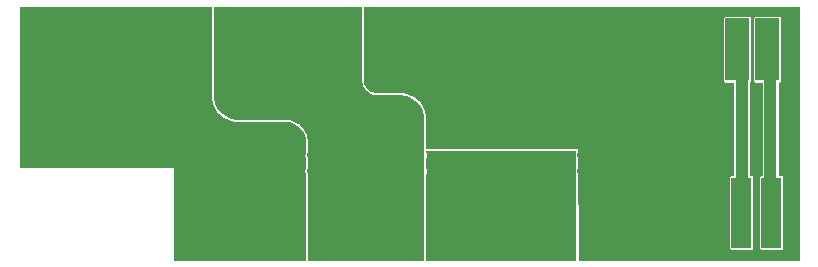
<source format=gbr>
%TF.GenerationSoftware,KiCad,Pcbnew,(5.1.10)-1*%
%TF.CreationDate,2022-06-29T17:52:34+09:00*%
%TF.ProjectId,DUB_with_Tono(ver1.0),4455425f-7769-4746-985f-546f6e6f2876,rev?*%
%TF.SameCoordinates,Original*%
%TF.FileFunction,Copper,L2,Bot*%
%TF.FilePolarity,Positive*%
%FSLAX46Y46*%
G04 Gerber Fmt 4.6, Leading zero omitted, Abs format (unit mm)*
G04 Created by KiCad (PCBNEW (5.1.10)-1) date 2022-06-29 17:52:34*
%MOMM*%
%LPD*%
G01*
G04 APERTURE LIST*
%TA.AperFunction,SMDPad,CuDef*%
%ADD10R,2.000000X5.300000*%
%TD*%
%TA.AperFunction,SMDPad,CuDef*%
%ADD11R,1.651000X6.000000*%
%TD*%
%TA.AperFunction,ViaPad*%
%ADD12C,0.756400*%
%TD*%
%TA.AperFunction,Conductor*%
%ADD13C,1.016000*%
%TD*%
%TA.AperFunction,Conductor*%
%ADD14C,0.508000*%
%TD*%
%TA.AperFunction,Conductor*%
%ADD15C,0.076200*%
%TD*%
%TA.AperFunction,Conductor*%
%ADD16C,0.100000*%
%TD*%
G04 APERTURE END LIST*
D10*
%TO.P,DUB1,P$50*%
%TO.N,/SA*%
X117841100Y-97878600D03*
%TO.P,DUB1,P$49*%
X120381100Y-97878600D03*
%TO.P,DUB1,P$48*%
X122921100Y-97878600D03*
%TO.P,DUB1,P$47*%
X125461100Y-97878600D03*
%TO.P,DUB1,P$46*%
X128001100Y-97878600D03*
%TO.P,DUB1,P$45*%
X130541100Y-97878600D03*
%TO.P,DUB1,P$44*%
%TO.N,/SB*%
X133081100Y-97878600D03*
%TO.P,DUB1,P$43*%
X135621100Y-97878600D03*
%TO.P,DUB1,P$42*%
X138161100Y-97878600D03*
%TO.P,DUB1,P$41*%
X140701100Y-97878600D03*
%TO.P,DUB1,P$40*%
X143241100Y-97878600D03*
%TO.P,DUB1,P$39*%
%TO.N,GND*%
X145781100Y-97878600D03*
%TO.P,DUB1,P$38*%
X148321100Y-97878600D03*
%TO.P,DUB1,P$37*%
X150861100Y-97878600D03*
%TO.P,DUB1,P$36*%
X153401100Y-97878600D03*
%TO.P,DUB1,P$35*%
X155941100Y-97878600D03*
%TO.P,DUB1,P$34*%
X158481100Y-97878600D03*
%TO.P,DUB1,P$33*%
X161021100Y-97878600D03*
%TO.P,DUB1,P$32*%
X163561100Y-97878600D03*
%TO.P,DUB1,P$31*%
X166101100Y-97878600D03*
%TO.P,DUB1,P$30*%
X168641100Y-97878600D03*
%TO.P,DUB1,P$29*%
X171181100Y-97878600D03*
%TO.P,DUB1,P$28*%
X173721100Y-97878600D03*
%TO.P,DUB1,P$27*%
%TO.N,/VCC_IN*%
X176261100Y-97878600D03*
%TO.P,DUB1,P$26*%
%TO.N,/DIR_IN*%
X178801100Y-97878600D03*
%TD*%
D11*
%TO.P,\u9060\u91CE1,P$40*%
%TO.N,/SA*%
X130898900Y-111734600D03*
%TO.P,\u9060\u91CE1,P$39*%
X133438900Y-111734600D03*
%TO.P,\u9060\u91CE1,P$38*%
X135978900Y-111734600D03*
%TO.P,\u9060\u91CE1,P$37*%
X138518900Y-111734600D03*
%TO.P,\u9060\u91CE1,P$36*%
%TO.N,/SB*%
X141058900Y-111734600D03*
%TO.P,\u9060\u91CE1,P$35*%
X143598900Y-111734600D03*
%TO.P,\u9060\u91CE1,P$34*%
X146138900Y-111734600D03*
%TO.P,\u9060\u91CE1,P$33*%
X148678900Y-111734600D03*
%TO.P,\u9060\u91CE1,P$32*%
%TO.N,VCC*%
X151218900Y-111734600D03*
%TO.P,\u9060\u91CE1,P$31*%
X153758900Y-111734600D03*
%TO.P,\u9060\u91CE1,P$30*%
X156298900Y-111734600D03*
%TO.P,\u9060\u91CE1,P$29*%
X158838900Y-111734600D03*
%TO.P,\u9060\u91CE1,P$28*%
X161378900Y-111734600D03*
%TO.P,\u9060\u91CE1,P$27*%
%TO.N,GND*%
X163918900Y-111734600D03*
%TO.P,\u9060\u91CE1,P$26*%
X166458900Y-111734600D03*
%TO.P,\u9060\u91CE1,P$25*%
X168998900Y-111734600D03*
%TO.P,\u9060\u91CE1,P$24*%
X171538900Y-111734600D03*
%TO.P,\u9060\u91CE1,P$23*%
X174078900Y-111734600D03*
%TO.P,\u9060\u91CE1,P$22*%
%TO.N,/VCC_IN*%
X176618900Y-111734600D03*
%TO.P,\u9060\u91CE1,P$21*%
%TO.N,/DIR_IN*%
X179158900Y-111734600D03*
%TD*%
D12*
%TO.N,/SA*%
X129931100Y-108198600D03*
X130316100Y-107538600D03*
X129931100Y-106878600D03*
X130701100Y-108198600D03*
X131471100Y-108198600D03*
X132241100Y-108198600D03*
X133011100Y-108198600D03*
X133781100Y-108198600D03*
X134551100Y-108198600D03*
X135321100Y-108198600D03*
X136091100Y-108198600D03*
X136861100Y-108198600D03*
X137631100Y-108198600D03*
X138401100Y-108198600D03*
X139171100Y-108198600D03*
X131086100Y-107538600D03*
X131856100Y-107538600D03*
X132626100Y-107538600D03*
X133396100Y-107538600D03*
X134166100Y-107538600D03*
X134936100Y-107538600D03*
X135706100Y-107538600D03*
X136476100Y-107538600D03*
X137246100Y-107538600D03*
X138016100Y-107538600D03*
X138786100Y-107538600D03*
X130701100Y-106878600D03*
X131471100Y-106878600D03*
X132241100Y-106878600D03*
X133011100Y-106878600D03*
X133781100Y-106878600D03*
X134551100Y-106878600D03*
X135321100Y-106878600D03*
X136091100Y-106878600D03*
X136861100Y-106878600D03*
X137631100Y-106878600D03*
X138401100Y-106878600D03*
X139171100Y-106878600D03*
%TO.N,/SB*%
X140181100Y-108198600D03*
X140566100Y-107538600D03*
X140181100Y-106878600D03*
X140951100Y-108198600D03*
X141721100Y-108198600D03*
X142491100Y-108198600D03*
X143261100Y-108198600D03*
X144031100Y-108198600D03*
X144801100Y-108198600D03*
X145571100Y-108198600D03*
X146341100Y-108198600D03*
X147111100Y-108198600D03*
X147881100Y-108198600D03*
X148651100Y-108198600D03*
X149421100Y-108198600D03*
X141336100Y-107538600D03*
X142106100Y-107538600D03*
X142876100Y-107538600D03*
X143646100Y-107538600D03*
X144416100Y-107538600D03*
X145186100Y-107538600D03*
X145956100Y-107538600D03*
X146726100Y-107538600D03*
X147496100Y-107538600D03*
X148266100Y-107538600D03*
X149036100Y-107538600D03*
X140951100Y-106878600D03*
X141721100Y-106878600D03*
X142491100Y-106878600D03*
X143261100Y-106878600D03*
X144031100Y-106878600D03*
X144801100Y-106878600D03*
X145571100Y-106878600D03*
X146341100Y-106878600D03*
X147111100Y-106878600D03*
X147881100Y-106878600D03*
X148651100Y-106878600D03*
X149421100Y-106878600D03*
%TO.N,GND*%
X163061100Y-108198600D03*
X163446100Y-107538600D03*
X163061100Y-106878600D03*
X163831100Y-108198600D03*
X164601100Y-108198600D03*
X165371100Y-108198600D03*
X166141100Y-108198600D03*
X166911100Y-108198600D03*
X167681100Y-108198600D03*
X168451100Y-108198600D03*
X169221100Y-108198600D03*
X169991100Y-108198600D03*
X170761100Y-108198600D03*
X171531100Y-108198600D03*
X172301100Y-108198600D03*
X164216100Y-107538600D03*
X164986100Y-107538600D03*
X165756100Y-107538600D03*
X166526100Y-107538600D03*
X167296100Y-107538600D03*
X168066100Y-107538600D03*
X168836100Y-107538600D03*
X169606100Y-107538600D03*
X170376100Y-107538600D03*
X171146100Y-107538600D03*
X171916100Y-107538600D03*
X163831100Y-106878600D03*
X164601100Y-106878600D03*
X165371100Y-106878600D03*
X166141100Y-106878600D03*
X166911100Y-106878600D03*
X167681100Y-106878600D03*
X168451100Y-106878600D03*
X169221100Y-106878600D03*
X169991100Y-106878600D03*
X170761100Y-106878600D03*
X171531100Y-106878600D03*
X172301100Y-106878600D03*
X172686100Y-107538600D03*
X173071100Y-108198600D03*
X173071100Y-106878600D03*
X173456100Y-107538600D03*
X173841100Y-108198600D03*
X174611100Y-108198600D03*
X174226100Y-107538600D03*
X173841100Y-106878600D03*
X174611100Y-106878600D03*
X175381100Y-108198600D03*
X174996100Y-107538600D03*
X175381100Y-106878600D03*
%TO.N,VCC*%
X150361100Y-108198600D03*
X150746100Y-107538600D03*
X150361100Y-106878600D03*
X151131100Y-108198600D03*
X151901100Y-108198600D03*
X152671100Y-108198600D03*
X153441100Y-108198600D03*
X154211100Y-108198600D03*
X154981100Y-108198600D03*
X155751100Y-108198600D03*
X156521100Y-108198600D03*
X157291100Y-108198600D03*
X158061100Y-108198600D03*
X158831100Y-108198600D03*
X159601100Y-108198600D03*
X151516100Y-107538600D03*
X152286100Y-107538600D03*
X153056100Y-107538600D03*
X153826100Y-107538600D03*
X154596100Y-107538600D03*
X155366100Y-107538600D03*
X156136100Y-107538600D03*
X156906100Y-107538600D03*
X157676100Y-107538600D03*
X158446100Y-107538600D03*
X159216100Y-107538600D03*
X151131100Y-106878600D03*
X151901100Y-106878600D03*
X152671100Y-106878600D03*
X153441100Y-106878600D03*
X154211100Y-106878600D03*
X154981100Y-106878600D03*
X155751100Y-106878600D03*
X156521100Y-106878600D03*
X157291100Y-106878600D03*
X158061100Y-106878600D03*
X158831100Y-106878600D03*
X159601100Y-106878600D03*
X159986100Y-107538600D03*
X160371100Y-108198600D03*
X160371100Y-106878600D03*
X160756100Y-107538600D03*
X161141100Y-108198600D03*
X161911100Y-108198600D03*
X161526100Y-107538600D03*
X161141100Y-106878600D03*
X161911100Y-106878600D03*
%TD*%
D13*
%TO.N,/VCC_IN*%
X176261100Y-97878600D02*
X176641100Y-98258600D01*
X176641100Y-98258600D02*
X176641100Y-111712400D01*
X176618900Y-111734600D02*
X176641100Y-111712400D01*
D14*
%TO.N,/DIR_IN*%
X179158900Y-111644600D02*
X179158900Y-111734600D01*
X179158900Y-111644600D02*
X179061100Y-111546800D01*
D13*
X178801100Y-97878600D02*
X179061100Y-98138600D01*
X179061100Y-98138600D02*
X179061100Y-111546800D01*
%TD*%
D15*
%TO.N,/SA*%
X131699200Y-101765876D02*
X131699297Y-101768594D01*
X131722125Y-102087769D01*
X131722899Y-102093150D01*
X131790337Y-102403161D01*
X131791868Y-102408377D01*
X131902740Y-102705637D01*
X131904998Y-102710582D01*
X132057045Y-102989033D01*
X132059984Y-102993605D01*
X132250107Y-103247580D01*
X132253667Y-103251689D01*
X132478011Y-103476033D01*
X132482120Y-103479593D01*
X132736095Y-103669716D01*
X132740667Y-103672655D01*
X133019118Y-103824702D01*
X133024063Y-103826960D01*
X133321323Y-103937832D01*
X133326539Y-103939363D01*
X133636550Y-104006801D01*
X133641931Y-104007575D01*
X133961106Y-104030403D01*
X133963824Y-104030500D01*
X137952763Y-104030500D01*
X138252943Y-104056762D01*
X138545616Y-104135185D01*
X138820221Y-104263235D01*
X139068421Y-104437025D01*
X139282675Y-104651279D01*
X139456465Y-104899479D01*
X139584515Y-105174084D01*
X139662938Y-105466757D01*
X139689200Y-105766937D01*
X139689200Y-106591146D01*
X139677124Y-106609219D01*
X139634255Y-106712716D01*
X139612400Y-106822588D01*
X139612400Y-106934612D01*
X139634255Y-107044484D01*
X139677124Y-107147981D01*
X139689200Y-107166054D01*
X139689200Y-107911146D01*
X139677124Y-107929219D01*
X139634255Y-108032716D01*
X139612400Y-108142588D01*
X139612400Y-108254612D01*
X139634255Y-108364484D01*
X139677124Y-108467981D01*
X139689200Y-108486054D01*
X139689200Y-115735499D01*
X128599801Y-115735499D01*
X128599801Y-107919698D01*
X128600106Y-107916600D01*
X128598888Y-107904230D01*
X128595280Y-107892336D01*
X128589420Y-107881374D01*
X128581535Y-107871765D01*
X128571926Y-107863880D01*
X128560964Y-107858020D01*
X128549070Y-107854412D01*
X128539798Y-107853499D01*
X128539797Y-107853499D01*
X128536700Y-107853194D01*
X128533602Y-107853499D01*
X115544201Y-107853499D01*
X115544201Y-94271701D01*
X131699200Y-94271701D01*
X131699200Y-101765876D01*
%TA.AperFunction,Conductor*%
D16*
G36*
X131699200Y-101765876D02*
G01*
X131699297Y-101768594D01*
X131722125Y-102087769D01*
X131722899Y-102093150D01*
X131790337Y-102403161D01*
X131791868Y-102408377D01*
X131902740Y-102705637D01*
X131904998Y-102710582D01*
X132057045Y-102989033D01*
X132059984Y-102993605D01*
X132250107Y-103247580D01*
X132253667Y-103251689D01*
X132478011Y-103476033D01*
X132482120Y-103479593D01*
X132736095Y-103669716D01*
X132740667Y-103672655D01*
X133019118Y-103824702D01*
X133024063Y-103826960D01*
X133321323Y-103937832D01*
X133326539Y-103939363D01*
X133636550Y-104006801D01*
X133641931Y-104007575D01*
X133961106Y-104030403D01*
X133963824Y-104030500D01*
X137952763Y-104030500D01*
X138252943Y-104056762D01*
X138545616Y-104135185D01*
X138820221Y-104263235D01*
X139068421Y-104437025D01*
X139282675Y-104651279D01*
X139456465Y-104899479D01*
X139584515Y-105174084D01*
X139662938Y-105466757D01*
X139689200Y-105766937D01*
X139689200Y-106591146D01*
X139677124Y-106609219D01*
X139634255Y-106712716D01*
X139612400Y-106822588D01*
X139612400Y-106934612D01*
X139634255Y-107044484D01*
X139677124Y-107147981D01*
X139689200Y-107166054D01*
X139689200Y-107911146D01*
X139677124Y-107929219D01*
X139634255Y-108032716D01*
X139612400Y-108142588D01*
X139612400Y-108254612D01*
X139634255Y-108364484D01*
X139677124Y-108467981D01*
X139689200Y-108486054D01*
X139689200Y-115735499D01*
X128599801Y-115735499D01*
X128599801Y-107919698D01*
X128600106Y-107916600D01*
X128598888Y-107904230D01*
X128595280Y-107892336D01*
X128589420Y-107881374D01*
X128581535Y-107871765D01*
X128571926Y-107863880D01*
X128560964Y-107858020D01*
X128549070Y-107854412D01*
X128539798Y-107853499D01*
X128539797Y-107853499D01*
X128536700Y-107853194D01*
X128533602Y-107853499D01*
X115544201Y-107853499D01*
X115544201Y-94271701D01*
X131699200Y-94271701D01*
X131699200Y-101765876D01*
G37*
%TD.AperFunction*%
%TD*%
D15*
%TO.N,/SB*%
X144419200Y-100491094D02*
X144419932Y-100498527D01*
X144515220Y-100977571D01*
X144518987Y-100988098D01*
X144630250Y-101196257D01*
X144634399Y-101202467D01*
X144786552Y-101387866D01*
X144791834Y-101393148D01*
X144977233Y-101545301D01*
X144983443Y-101549450D01*
X145194950Y-101662502D01*
X145201850Y-101665360D01*
X145431362Y-101734983D01*
X145438688Y-101736441D01*
X145681109Y-101760317D01*
X145684843Y-101760500D01*
X147654098Y-101760500D01*
X148279548Y-101859562D01*
X148576431Y-101982534D01*
X148849138Y-102149649D01*
X149092338Y-102357362D01*
X149300051Y-102600562D01*
X149467166Y-102873270D01*
X149589562Y-103168759D01*
X149664224Y-103479748D01*
X149689200Y-103797108D01*
X149689200Y-115735499D01*
X139923000Y-115735499D01*
X139923000Y-105764598D01*
X139922531Y-105758638D01*
X139826993Y-105155434D01*
X139824562Y-105146814D01*
X139710207Y-104870737D01*
X139707493Y-104865410D01*
X139549784Y-104608052D01*
X139546270Y-104603215D01*
X139350238Y-104373690D01*
X139346010Y-104369462D01*
X139116485Y-104173430D01*
X139111648Y-104169916D01*
X138854290Y-104012207D01*
X138848963Y-104009493D01*
X138570096Y-103893983D01*
X138564410Y-103892136D01*
X138270902Y-103821670D01*
X138264997Y-103820734D01*
X137961096Y-103796817D01*
X137958107Y-103796700D01*
X133968102Y-103796700D01*
X133342652Y-103697638D01*
X133045769Y-103574666D01*
X132773062Y-103407551D01*
X132529862Y-103199838D01*
X132322149Y-102956638D01*
X132155034Y-102683930D01*
X132032638Y-102388441D01*
X131957976Y-102077452D01*
X131933000Y-101760092D01*
X131933000Y-94271701D01*
X144419200Y-94271701D01*
X144419200Y-100491094D01*
%TA.AperFunction,Conductor*%
D16*
G36*
X144419200Y-100491094D02*
G01*
X144419932Y-100498527D01*
X144515220Y-100977571D01*
X144518987Y-100988098D01*
X144630250Y-101196257D01*
X144634399Y-101202467D01*
X144786552Y-101387866D01*
X144791834Y-101393148D01*
X144977233Y-101545301D01*
X144983443Y-101549450D01*
X145194950Y-101662502D01*
X145201850Y-101665360D01*
X145431362Y-101734983D01*
X145438688Y-101736441D01*
X145681109Y-101760317D01*
X145684843Y-101760500D01*
X147654098Y-101760500D01*
X148279548Y-101859562D01*
X148576431Y-101982534D01*
X148849138Y-102149649D01*
X149092338Y-102357362D01*
X149300051Y-102600562D01*
X149467166Y-102873270D01*
X149589562Y-103168759D01*
X149664224Y-103479748D01*
X149689200Y-103797108D01*
X149689200Y-115735499D01*
X139923000Y-115735499D01*
X139923000Y-105764598D01*
X139922531Y-105758638D01*
X139826993Y-105155434D01*
X139824562Y-105146814D01*
X139710207Y-104870737D01*
X139707493Y-104865410D01*
X139549784Y-104608052D01*
X139546270Y-104603215D01*
X139350238Y-104373690D01*
X139346010Y-104369462D01*
X139116485Y-104173430D01*
X139111648Y-104169916D01*
X138854290Y-104012207D01*
X138848963Y-104009493D01*
X138570096Y-103893983D01*
X138564410Y-103892136D01*
X138270902Y-103821670D01*
X138264997Y-103820734D01*
X137961096Y-103796817D01*
X137958107Y-103796700D01*
X133968102Y-103796700D01*
X133342652Y-103697638D01*
X133045769Y-103574666D01*
X132773062Y-103407551D01*
X132529862Y-103199838D01*
X132322149Y-102956638D01*
X132155034Y-102683930D01*
X132032638Y-102388441D01*
X131957976Y-102077452D01*
X131933000Y-101760092D01*
X131933000Y-94271701D01*
X144419200Y-94271701D01*
X144419200Y-100491094D01*
G37*
%TD.AperFunction*%
%TD*%
D15*
%TO.N,GND*%
X181457999Y-115735499D02*
X162838747Y-115735499D01*
X162773524Y-106294537D01*
X162772741Y-106287109D01*
X162770523Y-106279977D01*
X162766957Y-106273414D01*
X162762179Y-106267674D01*
X162756373Y-106262976D01*
X162749762Y-106259500D01*
X162742600Y-106257382D01*
X162735425Y-106256700D01*
X149923000Y-106256700D01*
X149923000Y-103791324D01*
X149922903Y-103788606D01*
X149900075Y-103469431D01*
X149899301Y-103464050D01*
X149831863Y-103154039D01*
X149830332Y-103148823D01*
X149719460Y-102851563D01*
X149717202Y-102846618D01*
X149565155Y-102568167D01*
X149562216Y-102563595D01*
X149372093Y-102309620D01*
X149368533Y-102305511D01*
X149144189Y-102081167D01*
X149140080Y-102077607D01*
X148886105Y-101887484D01*
X148881533Y-101884545D01*
X148603082Y-101732498D01*
X148598137Y-101730240D01*
X148300877Y-101619368D01*
X148295661Y-101617837D01*
X147985650Y-101550399D01*
X147980269Y-101549625D01*
X147661094Y-101526797D01*
X147658376Y-101526700D01*
X145686808Y-101526700D01*
X145242427Y-101425273D01*
X145043705Y-101300407D01*
X144879291Y-101135993D01*
X144755588Y-100939122D01*
X144678791Y-100719650D01*
X144653000Y-100490743D01*
X144653000Y-95228600D01*
X175069679Y-95228600D01*
X175069679Y-100528600D01*
X175073357Y-100565944D01*
X175084250Y-100601854D01*
X175101939Y-100634948D01*
X175125745Y-100663955D01*
X175154752Y-100687761D01*
X175187846Y-100705450D01*
X175223756Y-100716343D01*
X175261100Y-100720021D01*
X175942600Y-100720021D01*
X175942601Y-108543179D01*
X175793400Y-108543179D01*
X175756056Y-108546857D01*
X175720146Y-108557750D01*
X175687052Y-108575439D01*
X175658045Y-108599245D01*
X175634239Y-108628252D01*
X175616550Y-108661346D01*
X175605657Y-108697256D01*
X175601979Y-108734600D01*
X175601979Y-114734600D01*
X175605657Y-114771944D01*
X175616550Y-114807854D01*
X175634239Y-114840948D01*
X175658045Y-114869955D01*
X175687052Y-114893761D01*
X175720146Y-114911450D01*
X175756056Y-114922343D01*
X175793400Y-114926021D01*
X177444400Y-114926021D01*
X177481744Y-114922343D01*
X177517654Y-114911450D01*
X177550748Y-114893761D01*
X177579755Y-114869955D01*
X177603561Y-114840948D01*
X177621250Y-114807854D01*
X177632143Y-114771944D01*
X177635821Y-114734600D01*
X177635821Y-108734600D01*
X177632143Y-108697256D01*
X177621250Y-108661346D01*
X177603561Y-108628252D01*
X177579755Y-108599245D01*
X177550748Y-108575439D01*
X177517654Y-108557750D01*
X177481744Y-108546857D01*
X177444400Y-108543179D01*
X177339600Y-108543179D01*
X177339600Y-100702646D01*
X177367448Y-100687761D01*
X177396455Y-100663955D01*
X177420261Y-100634948D01*
X177437950Y-100601854D01*
X177448843Y-100565944D01*
X177452521Y-100528600D01*
X177452521Y-95228600D01*
X177609679Y-95228600D01*
X177609679Y-100528600D01*
X177613357Y-100565944D01*
X177624250Y-100601854D01*
X177641939Y-100634948D01*
X177665745Y-100663955D01*
X177694752Y-100687761D01*
X177727846Y-100705450D01*
X177763756Y-100716343D01*
X177801100Y-100720021D01*
X178362600Y-100720021D01*
X178362601Y-108543179D01*
X178333400Y-108543179D01*
X178296056Y-108546857D01*
X178260146Y-108557750D01*
X178227052Y-108575439D01*
X178198045Y-108599245D01*
X178174239Y-108628252D01*
X178156550Y-108661346D01*
X178145657Y-108697256D01*
X178141979Y-108734600D01*
X178141979Y-114734600D01*
X178145657Y-114771944D01*
X178156550Y-114807854D01*
X178174239Y-114840948D01*
X178198045Y-114869955D01*
X178227052Y-114893761D01*
X178260146Y-114911450D01*
X178296056Y-114922343D01*
X178333400Y-114926021D01*
X179984400Y-114926021D01*
X180021744Y-114922343D01*
X180057654Y-114911450D01*
X180090748Y-114893761D01*
X180119755Y-114869955D01*
X180143561Y-114840948D01*
X180161250Y-114807854D01*
X180172143Y-114771944D01*
X180175821Y-114734600D01*
X180175821Y-108734600D01*
X180172143Y-108697256D01*
X180161250Y-108661346D01*
X180143561Y-108628252D01*
X180119755Y-108599245D01*
X180090748Y-108575439D01*
X180057654Y-108557750D01*
X180021744Y-108546857D01*
X179984400Y-108543179D01*
X179759600Y-108543179D01*
X179759600Y-100720021D01*
X179801100Y-100720021D01*
X179838444Y-100716343D01*
X179874354Y-100705450D01*
X179907448Y-100687761D01*
X179936455Y-100663955D01*
X179960261Y-100634948D01*
X179977950Y-100601854D01*
X179988843Y-100565944D01*
X179992521Y-100528600D01*
X179992521Y-95228600D01*
X179988843Y-95191256D01*
X179977950Y-95155346D01*
X179960261Y-95122252D01*
X179936455Y-95093245D01*
X179907448Y-95069439D01*
X179874354Y-95051750D01*
X179838444Y-95040857D01*
X179801100Y-95037179D01*
X177801100Y-95037179D01*
X177763756Y-95040857D01*
X177727846Y-95051750D01*
X177694752Y-95069439D01*
X177665745Y-95093245D01*
X177641939Y-95122252D01*
X177624250Y-95155346D01*
X177613357Y-95191256D01*
X177609679Y-95228600D01*
X177452521Y-95228600D01*
X177448843Y-95191256D01*
X177437950Y-95155346D01*
X177420261Y-95122252D01*
X177396455Y-95093245D01*
X177367448Y-95069439D01*
X177334354Y-95051750D01*
X177298444Y-95040857D01*
X177261100Y-95037179D01*
X175261100Y-95037179D01*
X175223756Y-95040857D01*
X175187846Y-95051750D01*
X175154752Y-95069439D01*
X175125745Y-95093245D01*
X175101939Y-95122252D01*
X175084250Y-95155346D01*
X175073357Y-95191256D01*
X175069679Y-95228600D01*
X144653000Y-95228600D01*
X144653000Y-94271701D01*
X181458000Y-94271701D01*
X181457999Y-115735499D01*
%TA.AperFunction,Conductor*%
D16*
G36*
X181457999Y-115735499D02*
G01*
X162838747Y-115735499D01*
X162773524Y-106294537D01*
X162772741Y-106287109D01*
X162770523Y-106279977D01*
X162766957Y-106273414D01*
X162762179Y-106267674D01*
X162756373Y-106262976D01*
X162749762Y-106259500D01*
X162742600Y-106257382D01*
X162735425Y-106256700D01*
X149923000Y-106256700D01*
X149923000Y-103791324D01*
X149922903Y-103788606D01*
X149900075Y-103469431D01*
X149899301Y-103464050D01*
X149831863Y-103154039D01*
X149830332Y-103148823D01*
X149719460Y-102851563D01*
X149717202Y-102846618D01*
X149565155Y-102568167D01*
X149562216Y-102563595D01*
X149372093Y-102309620D01*
X149368533Y-102305511D01*
X149144189Y-102081167D01*
X149140080Y-102077607D01*
X148886105Y-101887484D01*
X148881533Y-101884545D01*
X148603082Y-101732498D01*
X148598137Y-101730240D01*
X148300877Y-101619368D01*
X148295661Y-101617837D01*
X147985650Y-101550399D01*
X147980269Y-101549625D01*
X147661094Y-101526797D01*
X147658376Y-101526700D01*
X145686808Y-101526700D01*
X145242427Y-101425273D01*
X145043705Y-101300407D01*
X144879291Y-101135993D01*
X144755588Y-100939122D01*
X144678791Y-100719650D01*
X144653000Y-100490743D01*
X144653000Y-95228600D01*
X175069679Y-95228600D01*
X175069679Y-100528600D01*
X175073357Y-100565944D01*
X175084250Y-100601854D01*
X175101939Y-100634948D01*
X175125745Y-100663955D01*
X175154752Y-100687761D01*
X175187846Y-100705450D01*
X175223756Y-100716343D01*
X175261100Y-100720021D01*
X175942600Y-100720021D01*
X175942601Y-108543179D01*
X175793400Y-108543179D01*
X175756056Y-108546857D01*
X175720146Y-108557750D01*
X175687052Y-108575439D01*
X175658045Y-108599245D01*
X175634239Y-108628252D01*
X175616550Y-108661346D01*
X175605657Y-108697256D01*
X175601979Y-108734600D01*
X175601979Y-114734600D01*
X175605657Y-114771944D01*
X175616550Y-114807854D01*
X175634239Y-114840948D01*
X175658045Y-114869955D01*
X175687052Y-114893761D01*
X175720146Y-114911450D01*
X175756056Y-114922343D01*
X175793400Y-114926021D01*
X177444400Y-114926021D01*
X177481744Y-114922343D01*
X177517654Y-114911450D01*
X177550748Y-114893761D01*
X177579755Y-114869955D01*
X177603561Y-114840948D01*
X177621250Y-114807854D01*
X177632143Y-114771944D01*
X177635821Y-114734600D01*
X177635821Y-108734600D01*
X177632143Y-108697256D01*
X177621250Y-108661346D01*
X177603561Y-108628252D01*
X177579755Y-108599245D01*
X177550748Y-108575439D01*
X177517654Y-108557750D01*
X177481744Y-108546857D01*
X177444400Y-108543179D01*
X177339600Y-108543179D01*
X177339600Y-100702646D01*
X177367448Y-100687761D01*
X177396455Y-100663955D01*
X177420261Y-100634948D01*
X177437950Y-100601854D01*
X177448843Y-100565944D01*
X177452521Y-100528600D01*
X177452521Y-95228600D01*
X177609679Y-95228600D01*
X177609679Y-100528600D01*
X177613357Y-100565944D01*
X177624250Y-100601854D01*
X177641939Y-100634948D01*
X177665745Y-100663955D01*
X177694752Y-100687761D01*
X177727846Y-100705450D01*
X177763756Y-100716343D01*
X177801100Y-100720021D01*
X178362600Y-100720021D01*
X178362601Y-108543179D01*
X178333400Y-108543179D01*
X178296056Y-108546857D01*
X178260146Y-108557750D01*
X178227052Y-108575439D01*
X178198045Y-108599245D01*
X178174239Y-108628252D01*
X178156550Y-108661346D01*
X178145657Y-108697256D01*
X178141979Y-108734600D01*
X178141979Y-114734600D01*
X178145657Y-114771944D01*
X178156550Y-114807854D01*
X178174239Y-114840948D01*
X178198045Y-114869955D01*
X178227052Y-114893761D01*
X178260146Y-114911450D01*
X178296056Y-114922343D01*
X178333400Y-114926021D01*
X179984400Y-114926021D01*
X180021744Y-114922343D01*
X180057654Y-114911450D01*
X180090748Y-114893761D01*
X180119755Y-114869955D01*
X180143561Y-114840948D01*
X180161250Y-114807854D01*
X180172143Y-114771944D01*
X180175821Y-114734600D01*
X180175821Y-108734600D01*
X180172143Y-108697256D01*
X180161250Y-108661346D01*
X180143561Y-108628252D01*
X180119755Y-108599245D01*
X180090748Y-108575439D01*
X180057654Y-108557750D01*
X180021744Y-108546857D01*
X179984400Y-108543179D01*
X179759600Y-108543179D01*
X179759600Y-100720021D01*
X179801100Y-100720021D01*
X179838444Y-100716343D01*
X179874354Y-100705450D01*
X179907448Y-100687761D01*
X179936455Y-100663955D01*
X179960261Y-100634948D01*
X179977950Y-100601854D01*
X179988843Y-100565944D01*
X179992521Y-100528600D01*
X179992521Y-95228600D01*
X179988843Y-95191256D01*
X179977950Y-95155346D01*
X179960261Y-95122252D01*
X179936455Y-95093245D01*
X179907448Y-95069439D01*
X179874354Y-95051750D01*
X179838444Y-95040857D01*
X179801100Y-95037179D01*
X177801100Y-95037179D01*
X177763756Y-95040857D01*
X177727846Y-95051750D01*
X177694752Y-95069439D01*
X177665745Y-95093245D01*
X177641939Y-95122252D01*
X177624250Y-95155346D01*
X177613357Y-95191256D01*
X177609679Y-95228600D01*
X177452521Y-95228600D01*
X177448843Y-95191256D01*
X177437950Y-95155346D01*
X177420261Y-95122252D01*
X177396455Y-95093245D01*
X177367448Y-95069439D01*
X177334354Y-95051750D01*
X177298444Y-95040857D01*
X177261100Y-95037179D01*
X175261100Y-95037179D01*
X175223756Y-95040857D01*
X175187846Y-95051750D01*
X175154752Y-95069439D01*
X175125745Y-95093245D01*
X175101939Y-95122252D01*
X175084250Y-95155346D01*
X175073357Y-95191256D01*
X175069679Y-95228600D01*
X144653000Y-95228600D01*
X144653000Y-94271701D01*
X181458000Y-94271701D01*
X181457999Y-115735499D01*
G37*
%TD.AperFunction*%
%TD*%
D15*
%TO.N,VCC*%
X162519200Y-106700777D02*
X162514255Y-106712716D01*
X162492400Y-106822588D01*
X162492400Y-106934612D01*
X162514255Y-107044484D01*
X162519200Y-107056423D01*
X162519200Y-108020777D01*
X162514255Y-108032716D01*
X162492400Y-108142588D01*
X162492400Y-108254612D01*
X162514255Y-108364484D01*
X162519200Y-108376423D01*
X162519200Y-115735499D01*
X149923000Y-115735499D01*
X149923000Y-108471088D01*
X149925076Y-108467981D01*
X149967945Y-108364484D01*
X149989800Y-108254612D01*
X149989800Y-108142588D01*
X149967945Y-108032716D01*
X149925076Y-107929219D01*
X149923000Y-107926112D01*
X149923000Y-107151088D01*
X149925076Y-107147981D01*
X149967945Y-107044484D01*
X149989800Y-106934612D01*
X149989800Y-106822588D01*
X149967945Y-106712716D01*
X149925076Y-106609219D01*
X149923000Y-106606112D01*
X149923000Y-106490500D01*
X162519200Y-106490500D01*
X162519200Y-106700777D01*
%TA.AperFunction,Conductor*%
D16*
G36*
X162519200Y-106700777D02*
G01*
X162514255Y-106712716D01*
X162492400Y-106822588D01*
X162492400Y-106934612D01*
X162514255Y-107044484D01*
X162519200Y-107056423D01*
X162519200Y-108020777D01*
X162514255Y-108032716D01*
X162492400Y-108142588D01*
X162492400Y-108254612D01*
X162514255Y-108364484D01*
X162519200Y-108376423D01*
X162519200Y-115735499D01*
X149923000Y-115735499D01*
X149923000Y-108471088D01*
X149925076Y-108467981D01*
X149967945Y-108364484D01*
X149989800Y-108254612D01*
X149989800Y-108142588D01*
X149967945Y-108032716D01*
X149925076Y-107929219D01*
X149923000Y-107926112D01*
X149923000Y-107151088D01*
X149925076Y-107147981D01*
X149967945Y-107044484D01*
X149989800Y-106934612D01*
X149989800Y-106822588D01*
X149967945Y-106712716D01*
X149925076Y-106609219D01*
X149923000Y-106606112D01*
X149923000Y-106490500D01*
X162519200Y-106490500D01*
X162519200Y-106700777D01*
G37*
%TD.AperFunction*%
%TD*%
M02*

</source>
